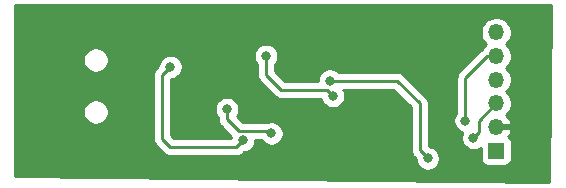
<source format=gbl>
%TF.GenerationSoftware,KiCad,Pcbnew,(5.1.8)-1*%
%TF.CreationDate,2021-01-30T22:15:32+07:00*%
%TF.ProjectId,TTL232,54544c32-3332-42e6-9b69-6361645f7063,rev?*%
%TF.SameCoordinates,Original*%
%TF.FileFunction,Copper,L2,Bot*%
%TF.FilePolarity,Positive*%
%FSLAX46Y46*%
G04 Gerber Fmt 4.6, Leading zero omitted, Abs format (unit mm)*
G04 Created by KiCad (PCBNEW (5.1.8)-1) date 2021-01-30 22:15:32*
%MOMM*%
%LPD*%
G01*
G04 APERTURE LIST*
%TA.AperFunction,ComponentPad*%
%ADD10O,1.350000X1.350000*%
%TD*%
%TA.AperFunction,ComponentPad*%
%ADD11R,1.350000X1.350000*%
%TD*%
%TA.AperFunction,ViaPad*%
%ADD12C,0.800000*%
%TD*%
%TA.AperFunction,Conductor*%
%ADD13C,0.250000*%
%TD*%
%TA.AperFunction,Conductor*%
%ADD14C,0.254000*%
%TD*%
%TA.AperFunction,Conductor*%
%ADD15C,0.100000*%
%TD*%
G04 APERTURE END LIST*
D10*
%TO.P,J2,6*%
%TO.N,Net-(J2-Pad6)*%
X163068000Y-58834000D03*
%TO.P,J2,5*%
%TO.N,Net-(J2-Pad5)*%
X163068000Y-60834000D03*
%TO.P,J2,4*%
%TO.N,Net-(J2-Pad4)*%
X163068000Y-62834000D03*
%TO.P,J2,3*%
%TO.N,Net-(J2-Pad3)*%
X163068000Y-64834000D03*
%TO.P,J2,2*%
%TO.N,GND*%
X163068000Y-66834000D03*
D11*
%TO.P,J2,1*%
%TO.N,+5V*%
X163068000Y-68834000D03*
%TD*%
D12*
%TO.N,+5V*%
X141643100Y-67955160D03*
X135478520Y-61749940D03*
X157271720Y-69489320D03*
X148981520Y-62906000D03*
%TO.N,Net-(J2-Pad5)*%
X160467040Y-66306418D03*
%TO.N,Net-(J2-Pad3)*%
X161131250Y-67765930D03*
%TO.N,Net-(R1-Pad2)*%
X144043400Y-67378580D03*
X140261340Y-65323720D03*
%TO.N,Net-(R2-Pad2)*%
X149232500Y-64206000D03*
X143586200Y-60822840D03*
%TD*%
D13*
%TO.N,+5V*%
X135478520Y-61749940D02*
X134785100Y-62443360D01*
X134785100Y-62443360D02*
X134785100Y-67856100D01*
X134785100Y-67856100D02*
X135478520Y-68549520D01*
X141048740Y-68549520D02*
X141643100Y-67955160D01*
X135478520Y-68549520D02*
X141048740Y-68549520D01*
X148981520Y-62906000D02*
X154676200Y-62906000D01*
X154676200Y-62906000D02*
X156603700Y-64833500D01*
X156603700Y-68821300D02*
X157271720Y-69489320D01*
X156603700Y-64833500D02*
X156603700Y-68821300D01*
%TO.N,Net-(J2-Pad5)*%
X160467040Y-66306418D02*
X160467040Y-62649100D01*
X162282140Y-60834000D02*
X163068000Y-60834000D01*
X160467040Y-62649100D02*
X162282140Y-60834000D01*
%TO.N,Net-(J2-Pad3)*%
X161131250Y-67765930D02*
X161599880Y-67297300D01*
X161599880Y-66302120D02*
X163068000Y-64834000D01*
X161599880Y-67297300D02*
X161599880Y-66302120D01*
%TO.N,Net-(R1-Pad2)*%
X140261340Y-65323720D02*
X140261340Y-66187320D01*
X140261340Y-66187320D02*
X141279880Y-67205860D01*
X143870680Y-67205860D02*
X144043400Y-67378580D01*
X141279880Y-67205860D02*
X143870680Y-67205860D01*
%TO.N,Net-(R2-Pad2)*%
X143586200Y-60822840D02*
X143586200Y-62438280D01*
X143586200Y-62438280D02*
X144833340Y-63685420D01*
X148711920Y-63685420D02*
X149232500Y-64206000D01*
X144833340Y-63685420D02*
X148711920Y-63685420D01*
%TD*%
D14*
%TO.N,GND*%
X167501666Y-71496633D02*
X122326000Y-70994681D01*
X122326000Y-65465818D01*
X128074420Y-65465818D01*
X128074420Y-65679462D01*
X128116100Y-65889000D01*
X128197858Y-66086381D01*
X128316552Y-66264020D01*
X128467620Y-66415088D01*
X128645259Y-66533782D01*
X128842640Y-66615540D01*
X129052178Y-66657220D01*
X129265822Y-66657220D01*
X129475360Y-66615540D01*
X129672741Y-66533782D01*
X129850380Y-66415088D01*
X130001448Y-66264020D01*
X130120142Y-66086381D01*
X130201900Y-65889000D01*
X130243580Y-65679462D01*
X130243580Y-65465818D01*
X130201900Y-65256280D01*
X130120142Y-65058899D01*
X130001448Y-64881260D01*
X129850380Y-64730192D01*
X129672741Y-64611498D01*
X129475360Y-64529740D01*
X129265822Y-64488060D01*
X129052178Y-64488060D01*
X128842640Y-64529740D01*
X128645259Y-64611498D01*
X128467620Y-64730192D01*
X128316552Y-64881260D01*
X128197858Y-65058899D01*
X128116100Y-65256280D01*
X128074420Y-65465818D01*
X122326000Y-65465818D01*
X122326000Y-62443360D01*
X134021424Y-62443360D01*
X134025100Y-62480683D01*
X134025101Y-67818768D01*
X134021424Y-67856100D01*
X134025101Y-67893433D01*
X134036098Y-68005086D01*
X134038667Y-68013554D01*
X134079554Y-68148346D01*
X134150126Y-68280376D01*
X134221301Y-68367102D01*
X134245100Y-68396101D01*
X134274098Y-68419899D01*
X134914721Y-69060522D01*
X134938519Y-69089521D01*
X134967517Y-69113319D01*
X135054243Y-69184494D01*
X135168519Y-69245576D01*
X135186273Y-69255066D01*
X135329534Y-69298523D01*
X135441187Y-69309520D01*
X135441197Y-69309520D01*
X135478520Y-69313196D01*
X135515843Y-69309520D01*
X141011418Y-69309520D01*
X141048740Y-69313196D01*
X141086062Y-69309520D01*
X141086073Y-69309520D01*
X141197726Y-69298523D01*
X141340987Y-69255066D01*
X141473016Y-69184494D01*
X141588741Y-69089521D01*
X141612543Y-69060518D01*
X141682901Y-68990160D01*
X141745039Y-68990160D01*
X141944998Y-68950386D01*
X142133356Y-68872365D01*
X142302874Y-68759097D01*
X142447037Y-68614934D01*
X142560305Y-68445416D01*
X142638326Y-68257058D01*
X142678100Y-68057099D01*
X142678100Y-67965860D01*
X143191024Y-67965860D01*
X143239463Y-68038354D01*
X143383626Y-68182517D01*
X143553144Y-68295785D01*
X143741502Y-68373806D01*
X143941461Y-68413580D01*
X144145339Y-68413580D01*
X144345298Y-68373806D01*
X144533656Y-68295785D01*
X144703174Y-68182517D01*
X144847337Y-68038354D01*
X144960605Y-67868836D01*
X145038626Y-67680478D01*
X145078400Y-67480519D01*
X145078400Y-67276641D01*
X145038626Y-67076682D01*
X144960605Y-66888324D01*
X144847337Y-66718806D01*
X144703174Y-66574643D01*
X144533656Y-66461375D01*
X144345298Y-66383354D01*
X144145339Y-66343580D01*
X143941461Y-66343580D01*
X143741502Y-66383354D01*
X143590600Y-66445860D01*
X141594682Y-66445860D01*
X141092129Y-65943307D01*
X141178545Y-65813976D01*
X141256566Y-65625618D01*
X141296340Y-65425659D01*
X141296340Y-65221781D01*
X141256566Y-65021822D01*
X141178545Y-64833464D01*
X141065277Y-64663946D01*
X140921114Y-64519783D01*
X140751596Y-64406515D01*
X140563238Y-64328494D01*
X140363279Y-64288720D01*
X140159401Y-64288720D01*
X139959442Y-64328494D01*
X139771084Y-64406515D01*
X139601566Y-64519783D01*
X139457403Y-64663946D01*
X139344135Y-64833464D01*
X139266114Y-65021822D01*
X139226340Y-65221781D01*
X139226340Y-65425659D01*
X139266114Y-65625618D01*
X139344135Y-65813976D01*
X139457403Y-65983494D01*
X139501340Y-66027431D01*
X139501340Y-66149998D01*
X139497664Y-66187320D01*
X139501340Y-66224642D01*
X139501340Y-66224653D01*
X139512338Y-66336306D01*
X139519137Y-66358720D01*
X139555794Y-66479566D01*
X139626366Y-66611596D01*
X139668000Y-66662326D01*
X139721340Y-66727321D01*
X139750338Y-66751119D01*
X140649223Y-67650005D01*
X140647874Y-67653262D01*
X140620771Y-67789520D01*
X135793322Y-67789520D01*
X135545100Y-67541299D01*
X135545100Y-62784940D01*
X135580459Y-62784940D01*
X135780418Y-62745166D01*
X135968776Y-62667145D01*
X136138294Y-62553877D01*
X136282457Y-62409714D01*
X136395725Y-62240196D01*
X136473746Y-62051838D01*
X136513520Y-61851879D01*
X136513520Y-61648001D01*
X136473746Y-61448042D01*
X136395725Y-61259684D01*
X136282457Y-61090166D01*
X136138294Y-60946003D01*
X135968776Y-60832735D01*
X135780418Y-60754714D01*
X135610428Y-60720901D01*
X142551200Y-60720901D01*
X142551200Y-60924779D01*
X142590974Y-61124738D01*
X142668995Y-61313096D01*
X142782263Y-61482614D01*
X142826200Y-61526551D01*
X142826201Y-62400948D01*
X142822524Y-62438280D01*
X142826201Y-62475613D01*
X142833910Y-62553877D01*
X142837198Y-62587265D01*
X142880654Y-62730526D01*
X142951226Y-62862556D01*
X142999801Y-62921744D01*
X143046200Y-62978281D01*
X143075198Y-63002079D01*
X144269540Y-64196422D01*
X144293339Y-64225421D01*
X144409064Y-64320394D01*
X144541093Y-64390966D01*
X144684354Y-64434423D01*
X144796007Y-64445420D01*
X144796016Y-64445420D01*
X144833339Y-64449096D01*
X144870662Y-64445420D01*
X148224846Y-64445420D01*
X148237274Y-64507898D01*
X148315295Y-64696256D01*
X148428563Y-64865774D01*
X148572726Y-65009937D01*
X148742244Y-65123205D01*
X148930602Y-65201226D01*
X149130561Y-65241000D01*
X149334439Y-65241000D01*
X149534398Y-65201226D01*
X149722756Y-65123205D01*
X149892274Y-65009937D01*
X150036437Y-64865774D01*
X150149705Y-64696256D01*
X150227726Y-64507898D01*
X150267500Y-64307939D01*
X150267500Y-64104061D01*
X150227726Y-63904102D01*
X150149705Y-63715744D01*
X150116467Y-63666000D01*
X154361399Y-63666000D01*
X155843700Y-65148302D01*
X155843701Y-68783968D01*
X155840024Y-68821300D01*
X155854698Y-68970285D01*
X155898154Y-69113546D01*
X155968726Y-69245576D01*
X156012179Y-69298523D01*
X156063700Y-69361301D01*
X156092698Y-69385099D01*
X156236720Y-69529121D01*
X156236720Y-69591259D01*
X156276494Y-69791218D01*
X156354515Y-69979576D01*
X156467783Y-70149094D01*
X156611946Y-70293257D01*
X156781464Y-70406525D01*
X156969822Y-70484546D01*
X157169781Y-70524320D01*
X157373659Y-70524320D01*
X157573618Y-70484546D01*
X157761976Y-70406525D01*
X157931494Y-70293257D01*
X158075657Y-70149094D01*
X158188925Y-69979576D01*
X158266946Y-69791218D01*
X158306720Y-69591259D01*
X158306720Y-69387381D01*
X158266946Y-69187422D01*
X158188925Y-68999064D01*
X158075657Y-68829546D01*
X157931494Y-68685383D01*
X157761976Y-68572115D01*
X157573618Y-68494094D01*
X157373659Y-68454320D01*
X157363700Y-68454320D01*
X157363700Y-66204479D01*
X159432040Y-66204479D01*
X159432040Y-66408357D01*
X159471814Y-66608316D01*
X159549835Y-66796674D01*
X159663103Y-66966192D01*
X159807266Y-67110355D01*
X159976784Y-67223623D01*
X160165142Y-67301644D01*
X160200384Y-67308654D01*
X160136024Y-67464032D01*
X160096250Y-67663991D01*
X160096250Y-67867869D01*
X160136024Y-68067828D01*
X160214045Y-68256186D01*
X160327313Y-68425704D01*
X160471476Y-68569867D01*
X160640994Y-68683135D01*
X160829352Y-68761156D01*
X161029311Y-68800930D01*
X161233189Y-68800930D01*
X161433148Y-68761156D01*
X161621506Y-68683135D01*
X161754928Y-68593986D01*
X161754928Y-69509000D01*
X161767188Y-69633482D01*
X161803498Y-69753180D01*
X161862463Y-69863494D01*
X161941815Y-69960185D01*
X162038506Y-70039537D01*
X162148820Y-70098502D01*
X162268518Y-70134812D01*
X162393000Y-70147072D01*
X163743000Y-70147072D01*
X163867482Y-70134812D01*
X163987180Y-70098502D01*
X164097494Y-70039537D01*
X164194185Y-69960185D01*
X164273537Y-69863494D01*
X164332502Y-69753180D01*
X164368812Y-69633482D01*
X164381072Y-69509000D01*
X164381072Y-68159000D01*
X164368812Y-68034518D01*
X164332502Y-67914820D01*
X164273537Y-67804506D01*
X164194185Y-67707815D01*
X164100441Y-67630881D01*
X164197473Y-67497629D01*
X164305238Y-67264528D01*
X164335910Y-67163400D01*
X164212224Y-66961000D01*
X163195000Y-66961000D01*
X163195000Y-66981000D01*
X162941000Y-66981000D01*
X162941000Y-66961000D01*
X162921000Y-66961000D01*
X162921000Y-66707000D01*
X162941000Y-66707000D01*
X162941000Y-66687000D01*
X163195000Y-66687000D01*
X163195000Y-66707000D01*
X164212224Y-66707000D01*
X164335910Y-66504600D01*
X164305238Y-66403472D01*
X164197473Y-66170371D01*
X164046303Y-65962773D01*
X163913940Y-65840681D01*
X164085544Y-65669077D01*
X164228907Y-65454518D01*
X164327658Y-65216113D01*
X164378000Y-64963024D01*
X164378000Y-64704976D01*
X164327658Y-64451887D01*
X164228907Y-64213482D01*
X164085544Y-63998923D01*
X163920621Y-63834000D01*
X164085544Y-63669077D01*
X164228907Y-63454518D01*
X164327658Y-63216113D01*
X164378000Y-62963024D01*
X164378000Y-62704976D01*
X164327658Y-62451887D01*
X164228907Y-62213482D01*
X164085544Y-61998923D01*
X163920621Y-61834000D01*
X164085544Y-61669077D01*
X164228907Y-61454518D01*
X164327658Y-61216113D01*
X164378000Y-60963024D01*
X164378000Y-60704976D01*
X164327658Y-60451887D01*
X164228907Y-60213482D01*
X164085544Y-59998923D01*
X163920621Y-59834000D01*
X164085544Y-59669077D01*
X164228907Y-59454518D01*
X164327658Y-59216113D01*
X164378000Y-58963024D01*
X164378000Y-58704976D01*
X164327658Y-58451887D01*
X164228907Y-58213482D01*
X164085544Y-57998923D01*
X163903077Y-57816456D01*
X163688518Y-57673093D01*
X163450113Y-57574342D01*
X163197024Y-57524000D01*
X162938976Y-57524000D01*
X162685887Y-57574342D01*
X162447482Y-57673093D01*
X162232923Y-57816456D01*
X162050456Y-57998923D01*
X161907093Y-58213482D01*
X161808342Y-58451887D01*
X161758000Y-58704976D01*
X161758000Y-58963024D01*
X161808342Y-59216113D01*
X161907093Y-59454518D01*
X162050456Y-59669077D01*
X162215379Y-59834000D01*
X162050456Y-59998923D01*
X161949469Y-60150061D01*
X161857863Y-60199026D01*
X161841789Y-60212218D01*
X161742139Y-60293999D01*
X161718341Y-60322997D01*
X159956038Y-62085301D01*
X159927040Y-62109099D01*
X159903242Y-62138097D01*
X159903241Y-62138098D01*
X159832066Y-62224824D01*
X159761494Y-62356854D01*
X159746578Y-62406027D01*
X159723617Y-62481724D01*
X159718038Y-62500115D01*
X159703364Y-62649100D01*
X159707041Y-62686432D01*
X159707040Y-65602707D01*
X159663103Y-65646644D01*
X159549835Y-65816162D01*
X159471814Y-66004520D01*
X159432040Y-66204479D01*
X157363700Y-66204479D01*
X157363700Y-64870825D01*
X157367376Y-64833500D01*
X157363700Y-64796175D01*
X157363700Y-64796167D01*
X157352703Y-64684514D01*
X157309246Y-64541253D01*
X157238674Y-64409224D01*
X157143701Y-64293499D01*
X157114704Y-64269702D01*
X155240004Y-62395003D01*
X155216201Y-62365999D01*
X155100476Y-62271026D01*
X154968447Y-62200454D01*
X154825186Y-62156997D01*
X154713533Y-62146000D01*
X154713522Y-62146000D01*
X154676200Y-62142324D01*
X154638878Y-62146000D01*
X149685231Y-62146000D01*
X149641294Y-62102063D01*
X149471776Y-61988795D01*
X149283418Y-61910774D01*
X149083459Y-61871000D01*
X148879581Y-61871000D01*
X148679622Y-61910774D01*
X148491264Y-61988795D01*
X148321746Y-62102063D01*
X148177583Y-62246226D01*
X148064315Y-62415744D01*
X147986294Y-62604102D01*
X147946520Y-62804061D01*
X147946520Y-62925420D01*
X145148142Y-62925420D01*
X144346200Y-62123479D01*
X144346200Y-61526551D01*
X144390137Y-61482614D01*
X144503405Y-61313096D01*
X144581426Y-61124738D01*
X144621200Y-60924779D01*
X144621200Y-60720901D01*
X144581426Y-60520942D01*
X144503405Y-60332584D01*
X144390137Y-60163066D01*
X144245974Y-60018903D01*
X144076456Y-59905635D01*
X143888098Y-59827614D01*
X143688139Y-59787840D01*
X143484261Y-59787840D01*
X143284302Y-59827614D01*
X143095944Y-59905635D01*
X142926426Y-60018903D01*
X142782263Y-60163066D01*
X142668995Y-60332584D01*
X142590974Y-60520942D01*
X142551200Y-60720901D01*
X135610428Y-60720901D01*
X135580459Y-60714940D01*
X135376581Y-60714940D01*
X135176622Y-60754714D01*
X134988264Y-60832735D01*
X134818746Y-60946003D01*
X134674583Y-61090166D01*
X134561315Y-61259684D01*
X134483294Y-61448042D01*
X134443520Y-61648001D01*
X134443520Y-61710139D01*
X134274102Y-61879557D01*
X134245099Y-61903359D01*
X134189971Y-61970534D01*
X134150126Y-62019084D01*
X134102012Y-62109099D01*
X134079554Y-62151114D01*
X134036097Y-62294375D01*
X134025100Y-62406028D01*
X134025100Y-62406038D01*
X134021424Y-62443360D01*
X122326000Y-62443360D01*
X122326000Y-61066538D01*
X128074420Y-61066538D01*
X128074420Y-61280182D01*
X128116100Y-61489720D01*
X128197858Y-61687101D01*
X128316552Y-61864740D01*
X128467620Y-62015808D01*
X128645259Y-62134502D01*
X128842640Y-62216260D01*
X129052178Y-62257940D01*
X129265822Y-62257940D01*
X129475360Y-62216260D01*
X129672741Y-62134502D01*
X129850380Y-62015808D01*
X130001448Y-61864740D01*
X130120142Y-61687101D01*
X130201900Y-61489720D01*
X130243580Y-61280182D01*
X130243580Y-61066538D01*
X130201900Y-60857000D01*
X130120142Y-60659619D01*
X130001448Y-60481980D01*
X129850380Y-60330912D01*
X129672741Y-60212218D01*
X129475360Y-60130460D01*
X129265822Y-60088780D01*
X129052178Y-60088780D01*
X128842640Y-60130460D01*
X128645259Y-60212218D01*
X128467620Y-60330912D01*
X128316552Y-60481980D01*
X128197858Y-60659619D01*
X128116100Y-60857000D01*
X128074420Y-61066538D01*
X122326000Y-61066538D01*
X122326000Y-56540000D01*
X167731768Y-56540000D01*
X167501666Y-71496633D01*
%TA.AperFunction,Conductor*%
D15*
G36*
X167501666Y-71496633D02*
G01*
X122326000Y-70994681D01*
X122326000Y-65465818D01*
X128074420Y-65465818D01*
X128074420Y-65679462D01*
X128116100Y-65889000D01*
X128197858Y-66086381D01*
X128316552Y-66264020D01*
X128467620Y-66415088D01*
X128645259Y-66533782D01*
X128842640Y-66615540D01*
X129052178Y-66657220D01*
X129265822Y-66657220D01*
X129475360Y-66615540D01*
X129672741Y-66533782D01*
X129850380Y-66415088D01*
X130001448Y-66264020D01*
X130120142Y-66086381D01*
X130201900Y-65889000D01*
X130243580Y-65679462D01*
X130243580Y-65465818D01*
X130201900Y-65256280D01*
X130120142Y-65058899D01*
X130001448Y-64881260D01*
X129850380Y-64730192D01*
X129672741Y-64611498D01*
X129475360Y-64529740D01*
X129265822Y-64488060D01*
X129052178Y-64488060D01*
X128842640Y-64529740D01*
X128645259Y-64611498D01*
X128467620Y-64730192D01*
X128316552Y-64881260D01*
X128197858Y-65058899D01*
X128116100Y-65256280D01*
X128074420Y-65465818D01*
X122326000Y-65465818D01*
X122326000Y-62443360D01*
X134021424Y-62443360D01*
X134025100Y-62480683D01*
X134025101Y-67818768D01*
X134021424Y-67856100D01*
X134025101Y-67893433D01*
X134036098Y-68005086D01*
X134038667Y-68013554D01*
X134079554Y-68148346D01*
X134150126Y-68280376D01*
X134221301Y-68367102D01*
X134245100Y-68396101D01*
X134274098Y-68419899D01*
X134914721Y-69060522D01*
X134938519Y-69089521D01*
X134967517Y-69113319D01*
X135054243Y-69184494D01*
X135168519Y-69245576D01*
X135186273Y-69255066D01*
X135329534Y-69298523D01*
X135441187Y-69309520D01*
X135441197Y-69309520D01*
X135478520Y-69313196D01*
X135515843Y-69309520D01*
X141011418Y-69309520D01*
X141048740Y-69313196D01*
X141086062Y-69309520D01*
X141086073Y-69309520D01*
X141197726Y-69298523D01*
X141340987Y-69255066D01*
X141473016Y-69184494D01*
X141588741Y-69089521D01*
X141612543Y-69060518D01*
X141682901Y-68990160D01*
X141745039Y-68990160D01*
X141944998Y-68950386D01*
X142133356Y-68872365D01*
X142302874Y-68759097D01*
X142447037Y-68614934D01*
X142560305Y-68445416D01*
X142638326Y-68257058D01*
X142678100Y-68057099D01*
X142678100Y-67965860D01*
X143191024Y-67965860D01*
X143239463Y-68038354D01*
X143383626Y-68182517D01*
X143553144Y-68295785D01*
X143741502Y-68373806D01*
X143941461Y-68413580D01*
X144145339Y-68413580D01*
X144345298Y-68373806D01*
X144533656Y-68295785D01*
X144703174Y-68182517D01*
X144847337Y-68038354D01*
X144960605Y-67868836D01*
X145038626Y-67680478D01*
X145078400Y-67480519D01*
X145078400Y-67276641D01*
X145038626Y-67076682D01*
X144960605Y-66888324D01*
X144847337Y-66718806D01*
X144703174Y-66574643D01*
X144533656Y-66461375D01*
X144345298Y-66383354D01*
X144145339Y-66343580D01*
X143941461Y-66343580D01*
X143741502Y-66383354D01*
X143590600Y-66445860D01*
X141594682Y-66445860D01*
X141092129Y-65943307D01*
X141178545Y-65813976D01*
X141256566Y-65625618D01*
X141296340Y-65425659D01*
X141296340Y-65221781D01*
X141256566Y-65021822D01*
X141178545Y-64833464D01*
X141065277Y-64663946D01*
X140921114Y-64519783D01*
X140751596Y-64406515D01*
X140563238Y-64328494D01*
X140363279Y-64288720D01*
X140159401Y-64288720D01*
X139959442Y-64328494D01*
X139771084Y-64406515D01*
X139601566Y-64519783D01*
X139457403Y-64663946D01*
X139344135Y-64833464D01*
X139266114Y-65021822D01*
X139226340Y-65221781D01*
X139226340Y-65425659D01*
X139266114Y-65625618D01*
X139344135Y-65813976D01*
X139457403Y-65983494D01*
X139501340Y-66027431D01*
X139501340Y-66149998D01*
X139497664Y-66187320D01*
X139501340Y-66224642D01*
X139501340Y-66224653D01*
X139512338Y-66336306D01*
X139519137Y-66358720D01*
X139555794Y-66479566D01*
X139626366Y-66611596D01*
X139668000Y-66662326D01*
X139721340Y-66727321D01*
X139750338Y-66751119D01*
X140649223Y-67650005D01*
X140647874Y-67653262D01*
X140620771Y-67789520D01*
X135793322Y-67789520D01*
X135545100Y-67541299D01*
X135545100Y-62784940D01*
X135580459Y-62784940D01*
X135780418Y-62745166D01*
X135968776Y-62667145D01*
X136138294Y-62553877D01*
X136282457Y-62409714D01*
X136395725Y-62240196D01*
X136473746Y-62051838D01*
X136513520Y-61851879D01*
X136513520Y-61648001D01*
X136473746Y-61448042D01*
X136395725Y-61259684D01*
X136282457Y-61090166D01*
X136138294Y-60946003D01*
X135968776Y-60832735D01*
X135780418Y-60754714D01*
X135610428Y-60720901D01*
X142551200Y-60720901D01*
X142551200Y-60924779D01*
X142590974Y-61124738D01*
X142668995Y-61313096D01*
X142782263Y-61482614D01*
X142826200Y-61526551D01*
X142826201Y-62400948D01*
X142822524Y-62438280D01*
X142826201Y-62475613D01*
X142833910Y-62553877D01*
X142837198Y-62587265D01*
X142880654Y-62730526D01*
X142951226Y-62862556D01*
X142999801Y-62921744D01*
X143046200Y-62978281D01*
X143075198Y-63002079D01*
X144269540Y-64196422D01*
X144293339Y-64225421D01*
X144409064Y-64320394D01*
X144541093Y-64390966D01*
X144684354Y-64434423D01*
X144796007Y-64445420D01*
X144796016Y-64445420D01*
X144833339Y-64449096D01*
X144870662Y-64445420D01*
X148224846Y-64445420D01*
X148237274Y-64507898D01*
X148315295Y-64696256D01*
X148428563Y-64865774D01*
X148572726Y-65009937D01*
X148742244Y-65123205D01*
X148930602Y-65201226D01*
X149130561Y-65241000D01*
X149334439Y-65241000D01*
X149534398Y-65201226D01*
X149722756Y-65123205D01*
X149892274Y-65009937D01*
X150036437Y-64865774D01*
X150149705Y-64696256D01*
X150227726Y-64507898D01*
X150267500Y-64307939D01*
X150267500Y-64104061D01*
X150227726Y-63904102D01*
X150149705Y-63715744D01*
X150116467Y-63666000D01*
X154361399Y-63666000D01*
X155843700Y-65148302D01*
X155843701Y-68783968D01*
X155840024Y-68821300D01*
X155854698Y-68970285D01*
X155898154Y-69113546D01*
X155968726Y-69245576D01*
X156012179Y-69298523D01*
X156063700Y-69361301D01*
X156092698Y-69385099D01*
X156236720Y-69529121D01*
X156236720Y-69591259D01*
X156276494Y-69791218D01*
X156354515Y-69979576D01*
X156467783Y-70149094D01*
X156611946Y-70293257D01*
X156781464Y-70406525D01*
X156969822Y-70484546D01*
X157169781Y-70524320D01*
X157373659Y-70524320D01*
X157573618Y-70484546D01*
X157761976Y-70406525D01*
X157931494Y-70293257D01*
X158075657Y-70149094D01*
X158188925Y-69979576D01*
X158266946Y-69791218D01*
X158306720Y-69591259D01*
X158306720Y-69387381D01*
X158266946Y-69187422D01*
X158188925Y-68999064D01*
X158075657Y-68829546D01*
X157931494Y-68685383D01*
X157761976Y-68572115D01*
X157573618Y-68494094D01*
X157373659Y-68454320D01*
X157363700Y-68454320D01*
X157363700Y-66204479D01*
X159432040Y-66204479D01*
X159432040Y-66408357D01*
X159471814Y-66608316D01*
X159549835Y-66796674D01*
X159663103Y-66966192D01*
X159807266Y-67110355D01*
X159976784Y-67223623D01*
X160165142Y-67301644D01*
X160200384Y-67308654D01*
X160136024Y-67464032D01*
X160096250Y-67663991D01*
X160096250Y-67867869D01*
X160136024Y-68067828D01*
X160214045Y-68256186D01*
X160327313Y-68425704D01*
X160471476Y-68569867D01*
X160640994Y-68683135D01*
X160829352Y-68761156D01*
X161029311Y-68800930D01*
X161233189Y-68800930D01*
X161433148Y-68761156D01*
X161621506Y-68683135D01*
X161754928Y-68593986D01*
X161754928Y-69509000D01*
X161767188Y-69633482D01*
X161803498Y-69753180D01*
X161862463Y-69863494D01*
X161941815Y-69960185D01*
X162038506Y-70039537D01*
X162148820Y-70098502D01*
X162268518Y-70134812D01*
X162393000Y-70147072D01*
X163743000Y-70147072D01*
X163867482Y-70134812D01*
X163987180Y-70098502D01*
X164097494Y-70039537D01*
X164194185Y-69960185D01*
X164273537Y-69863494D01*
X164332502Y-69753180D01*
X164368812Y-69633482D01*
X164381072Y-69509000D01*
X164381072Y-68159000D01*
X164368812Y-68034518D01*
X164332502Y-67914820D01*
X164273537Y-67804506D01*
X164194185Y-67707815D01*
X164100441Y-67630881D01*
X164197473Y-67497629D01*
X164305238Y-67264528D01*
X164335910Y-67163400D01*
X164212224Y-66961000D01*
X163195000Y-66961000D01*
X163195000Y-66981000D01*
X162941000Y-66981000D01*
X162941000Y-66961000D01*
X162921000Y-66961000D01*
X162921000Y-66707000D01*
X162941000Y-66707000D01*
X162941000Y-66687000D01*
X163195000Y-66687000D01*
X163195000Y-66707000D01*
X164212224Y-66707000D01*
X164335910Y-66504600D01*
X164305238Y-66403472D01*
X164197473Y-66170371D01*
X164046303Y-65962773D01*
X163913940Y-65840681D01*
X164085544Y-65669077D01*
X164228907Y-65454518D01*
X164327658Y-65216113D01*
X164378000Y-64963024D01*
X164378000Y-64704976D01*
X164327658Y-64451887D01*
X164228907Y-64213482D01*
X164085544Y-63998923D01*
X163920621Y-63834000D01*
X164085544Y-63669077D01*
X164228907Y-63454518D01*
X164327658Y-63216113D01*
X164378000Y-62963024D01*
X164378000Y-62704976D01*
X164327658Y-62451887D01*
X164228907Y-62213482D01*
X164085544Y-61998923D01*
X163920621Y-61834000D01*
X164085544Y-61669077D01*
X164228907Y-61454518D01*
X164327658Y-61216113D01*
X164378000Y-60963024D01*
X164378000Y-60704976D01*
X164327658Y-60451887D01*
X164228907Y-60213482D01*
X164085544Y-59998923D01*
X163920621Y-59834000D01*
X164085544Y-59669077D01*
X164228907Y-59454518D01*
X164327658Y-59216113D01*
X164378000Y-58963024D01*
X164378000Y-58704976D01*
X164327658Y-58451887D01*
X164228907Y-58213482D01*
X164085544Y-57998923D01*
X163903077Y-57816456D01*
X163688518Y-57673093D01*
X163450113Y-57574342D01*
X163197024Y-57524000D01*
X162938976Y-57524000D01*
X162685887Y-57574342D01*
X162447482Y-57673093D01*
X162232923Y-57816456D01*
X162050456Y-57998923D01*
X161907093Y-58213482D01*
X161808342Y-58451887D01*
X161758000Y-58704976D01*
X161758000Y-58963024D01*
X161808342Y-59216113D01*
X161907093Y-59454518D01*
X162050456Y-59669077D01*
X162215379Y-59834000D01*
X162050456Y-59998923D01*
X161949469Y-60150061D01*
X161857863Y-60199026D01*
X161841789Y-60212218D01*
X161742139Y-60293999D01*
X161718341Y-60322997D01*
X159956038Y-62085301D01*
X159927040Y-62109099D01*
X159903242Y-62138097D01*
X159903241Y-62138098D01*
X159832066Y-62224824D01*
X159761494Y-62356854D01*
X159746578Y-62406027D01*
X159723617Y-62481724D01*
X159718038Y-62500115D01*
X159703364Y-62649100D01*
X159707041Y-62686432D01*
X159707040Y-65602707D01*
X159663103Y-65646644D01*
X159549835Y-65816162D01*
X159471814Y-66004520D01*
X159432040Y-66204479D01*
X157363700Y-66204479D01*
X157363700Y-64870825D01*
X157367376Y-64833500D01*
X157363700Y-64796175D01*
X157363700Y-64796167D01*
X157352703Y-64684514D01*
X157309246Y-64541253D01*
X157238674Y-64409224D01*
X157143701Y-64293499D01*
X157114704Y-64269702D01*
X155240004Y-62395003D01*
X155216201Y-62365999D01*
X155100476Y-62271026D01*
X154968447Y-62200454D01*
X154825186Y-62156997D01*
X154713533Y-62146000D01*
X154713522Y-62146000D01*
X154676200Y-62142324D01*
X154638878Y-62146000D01*
X149685231Y-62146000D01*
X149641294Y-62102063D01*
X149471776Y-61988795D01*
X149283418Y-61910774D01*
X149083459Y-61871000D01*
X148879581Y-61871000D01*
X148679622Y-61910774D01*
X148491264Y-61988795D01*
X148321746Y-62102063D01*
X148177583Y-62246226D01*
X148064315Y-62415744D01*
X147986294Y-62604102D01*
X147946520Y-62804061D01*
X147946520Y-62925420D01*
X145148142Y-62925420D01*
X144346200Y-62123479D01*
X144346200Y-61526551D01*
X144390137Y-61482614D01*
X144503405Y-61313096D01*
X144581426Y-61124738D01*
X144621200Y-60924779D01*
X144621200Y-60720901D01*
X144581426Y-60520942D01*
X144503405Y-60332584D01*
X144390137Y-60163066D01*
X144245974Y-60018903D01*
X144076456Y-59905635D01*
X143888098Y-59827614D01*
X143688139Y-59787840D01*
X143484261Y-59787840D01*
X143284302Y-59827614D01*
X143095944Y-59905635D01*
X142926426Y-60018903D01*
X142782263Y-60163066D01*
X142668995Y-60332584D01*
X142590974Y-60520942D01*
X142551200Y-60720901D01*
X135610428Y-60720901D01*
X135580459Y-60714940D01*
X135376581Y-60714940D01*
X135176622Y-60754714D01*
X134988264Y-60832735D01*
X134818746Y-60946003D01*
X134674583Y-61090166D01*
X134561315Y-61259684D01*
X134483294Y-61448042D01*
X134443520Y-61648001D01*
X134443520Y-61710139D01*
X134274102Y-61879557D01*
X134245099Y-61903359D01*
X134189971Y-61970534D01*
X134150126Y-62019084D01*
X134102012Y-62109099D01*
X134079554Y-62151114D01*
X134036097Y-62294375D01*
X134025100Y-62406028D01*
X134025100Y-62406038D01*
X134021424Y-62443360D01*
X122326000Y-62443360D01*
X122326000Y-61066538D01*
X128074420Y-61066538D01*
X128074420Y-61280182D01*
X128116100Y-61489720D01*
X128197858Y-61687101D01*
X128316552Y-61864740D01*
X128467620Y-62015808D01*
X128645259Y-62134502D01*
X128842640Y-62216260D01*
X129052178Y-62257940D01*
X129265822Y-62257940D01*
X129475360Y-62216260D01*
X129672741Y-62134502D01*
X129850380Y-62015808D01*
X130001448Y-61864740D01*
X130120142Y-61687101D01*
X130201900Y-61489720D01*
X130243580Y-61280182D01*
X130243580Y-61066538D01*
X130201900Y-60857000D01*
X130120142Y-60659619D01*
X130001448Y-60481980D01*
X129850380Y-60330912D01*
X129672741Y-60212218D01*
X129475360Y-60130460D01*
X129265822Y-60088780D01*
X129052178Y-60088780D01*
X128842640Y-60130460D01*
X128645259Y-60212218D01*
X128467620Y-60330912D01*
X128316552Y-60481980D01*
X128197858Y-60659619D01*
X128116100Y-60857000D01*
X128074420Y-61066538D01*
X122326000Y-61066538D01*
X122326000Y-56540000D01*
X167731768Y-56540000D01*
X167501666Y-71496633D01*
G37*
%TD.AperFunction*%
%TD*%
M02*

</source>
